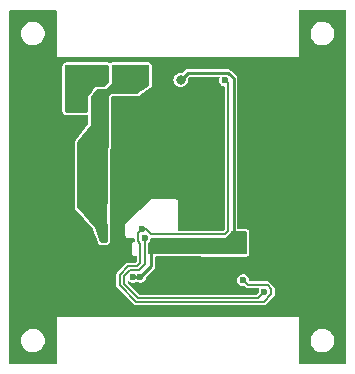
<source format=gbr>
%TF.GenerationSoftware,KiCad,Pcbnew,8.0.1*%
%TF.CreationDate,2024-05-05T22:16:20+02:00*%
%TF.ProjectId,pro_micro,70726f5f-6d69-4637-926f-2e6b69636164,rev?*%
%TF.SameCoordinates,Original*%
%TF.FileFunction,Copper,L2,Bot*%
%TF.FilePolarity,Positive*%
%FSLAX46Y46*%
G04 Gerber Fmt 4.6, Leading zero omitted, Abs format (unit mm)*
G04 Created by KiCad (PCBNEW 8.0.1) date 2024-05-05 22:16:20*
%MOMM*%
%LPD*%
G01*
G04 APERTURE LIST*
%TA.AperFunction,ComponentPad*%
%ADD10C,0.600000*%
%TD*%
%TA.AperFunction,ViaPad*%
%ADD11C,0.800000*%
%TD*%
%TA.AperFunction,ViaPad*%
%ADD12C,0.600000*%
%TD*%
%TA.AperFunction,Conductor*%
%ADD13C,0.254000*%
%TD*%
%TA.AperFunction,Conductor*%
%ADD14C,0.152400*%
%TD*%
G04 APERTURE END LIST*
D10*
%TO.P,U1,25,GND*%
%TO.N,GND*%
X-4300000Y-4765000D03*
X-5300000Y-4765000D03*
X-4800000Y-5265000D03*
X-4300000Y-5765000D03*
X-5300000Y-5765000D03*
%TD*%
D11*
%TO.N,GND*%
X3500000Y2000000D03*
X-8000000Y-10250000D03*
D12*
X-13500000Y500000D03*
X3500000Y-2750000D03*
D11*
X-9000000Y-10250000D03*
D12*
X10000000Y9750000D03*
X9500000Y-8750000D03*
D11*
X-3500000Y3250000D03*
X-3500000Y4750000D03*
D12*
X850000Y-8050000D03*
X3500000Y-1750000D03*
X-650000Y-8050000D03*
X-12000000Y500000D03*
X11250000Y9750000D03*
X13750000Y9750000D03*
X-10500000Y500000D03*
X5500000Y-2750000D03*
X-8500000Y-3000000D03*
X12500000Y9750000D03*
D11*
X3500000Y3000000D03*
D12*
X8750000Y9750000D03*
X-6050000Y-8800000D03*
D11*
X-3500000Y6500000D03*
D12*
X5500000Y-1750000D03*
%TO.N,/Vin_Protected*%
X-7750000Y500000D03*
X-3000000Y10000000D03*
D11*
X-6500000Y-2000000D03*
D12*
X-7750000Y1500000D03*
X-7750000Y3500000D03*
X-7750000Y-500000D03*
X-7750000Y2500000D03*
X-3000000Y9000000D03*
%TO.N,/Motor drive/CS_AREF*%
X5500000Y-5250000D03*
X4730000Y-4250000D03*
X5500000Y-4250000D03*
D11*
X250000Y9073800D03*
D12*
X-3150000Y-7610000D03*
X4730000Y-5250000D03*
X-3790000Y-7620000D03*
%TO.N,/Motor drive/EN*%
X7350000Y-8850000D03*
X-2800000Y-4350000D03*
%TO.N,Net-(J1-Pin_1)*%
X-9150000Y10000000D03*
X-7850000Y8000000D03*
X-7850000Y9000000D03*
X-7850000Y10000000D03*
X-9150000Y9000000D03*
%TO.N,Net-(U1-nFault)*%
X5534096Y-7884096D03*
X-3000000Y-3550000D03*
X4000000Y9050000D03*
%TD*%
D13*
%TO.N,/Motor drive/CS_AREF*%
X4730000Y-3250000D02*
X4730000Y9206712D01*
D14*
X-3250000Y-7600000D02*
X-3350000Y-7600000D01*
D13*
X-3780000Y-7610000D02*
X-3790000Y-7620000D01*
X-2963000Y-7423000D02*
X-3150000Y-7610000D01*
X4730000Y9206712D02*
X4343356Y9593356D01*
X4343356Y9593356D02*
X4259712Y9677000D01*
X4259712Y9677000D02*
X853200Y9677000D01*
X-3150000Y-7610000D02*
X-2250000Y-6710000D01*
X-2250000Y-6710000D02*
X-2250000Y-5500000D01*
X4730000Y-3250000D02*
X4730000Y-4250000D01*
X853200Y9677000D02*
X250000Y9073800D01*
X-3150000Y-7610000D02*
X-3780000Y-7610000D01*
D14*
%TO.N,/Motor drive/EN*%
X-4018670Y-7033800D02*
X-4520000Y-7535130D01*
X6810000Y-9390000D02*
X7350000Y-8850000D01*
X-3283800Y-7033800D02*
X-4018670Y-7033800D01*
X-2800000Y-4350000D02*
X-2800000Y-6550000D01*
X-2800000Y-6550000D02*
X-3283800Y-7033800D01*
X-4520000Y-8210000D02*
X-3340000Y-9390000D01*
X-4520000Y-7535130D02*
X-4520000Y-8210000D01*
X-3340000Y-9390000D02*
X6810000Y-9390000D01*
X-2800000Y-4350000D02*
X-2800000Y-4250000D01*
%TO.N,Net-(U1-nFault)*%
X7926200Y-9088670D02*
X7926200Y-8611330D01*
X7160000Y-8273800D02*
X5923800Y-8273800D01*
X-3429768Y-6681400D02*
X-4164638Y-6681400D01*
X-3152400Y-4812470D02*
X-3152400Y-6404032D01*
X7644870Y-8330000D02*
X7588670Y-8273800D01*
X-2700000Y-3550000D02*
X-2250000Y-4000000D01*
X7588670Y-8273800D02*
X7160000Y-8273800D01*
X7272470Y-9742400D02*
X7926200Y-9088670D01*
X-2250000Y-4000000D02*
X4000000Y-4000000D01*
X-3376200Y-3926200D02*
X-3376200Y-4588670D01*
X4250000Y-3750000D02*
X4250000Y8800000D01*
X-4164638Y-6681400D02*
X-4920000Y-7436762D01*
X-3376200Y-4588670D02*
X-3152400Y-4812470D01*
X5923800Y-8273800D02*
X5534096Y-7884096D01*
X-3497600Y-9742400D02*
X2630000Y-9742400D01*
X2630000Y-9742400D02*
X7272470Y-9742400D01*
X4000000Y-4000000D02*
X4250000Y-3750000D01*
X-4920000Y-8320000D02*
X-3497600Y-9742400D01*
X-3000000Y-3550000D02*
X-2700000Y-3550000D01*
X4250000Y8800000D02*
X4000000Y9050000D01*
X-3152400Y-6404032D02*
X-3429768Y-6681400D01*
X7926200Y-8611330D02*
X7644870Y-8330000D01*
X-4920000Y-7436762D02*
X-4920000Y-8320000D01*
X-3000000Y-3550000D02*
X-3376200Y-3926200D01*
%TD*%
%TA.AperFunction,Conductor*%
%TO.N,/Motor drive/CS_AREF*%
G36*
X5823138Y-3767593D02*
G01*
X5848858Y-3812142D01*
X5850000Y-3825200D01*
X5850000Y-5624403D01*
X5832407Y-5672741D01*
X5787858Y-5698461D01*
X5774404Y-5699602D01*
X-2448496Y-5656323D01*
X-2496740Y-5638475D01*
X-2522225Y-5593792D01*
X-2523300Y-5581124D01*
X-2523300Y-4808184D01*
X-2505707Y-4759846D01*
X-2488756Y-4744922D01*
X-2468874Y-4732145D01*
X-2468873Y-4732143D01*
X-2468872Y-4732143D01*
X-2414488Y-4669380D01*
X-2374624Y-4623375D01*
X-2374622Y-4623372D01*
X-2314835Y-4492459D01*
X-2293588Y-4344677D01*
X-2291816Y-4344931D01*
X-2276760Y-4303562D01*
X-2232211Y-4277842D01*
X-2219153Y-4276700D01*
X4036427Y-4276700D01*
X4036428Y-4276700D01*
X4106803Y-4257844D01*
X4169898Y-4221415D01*
X4471415Y-3919898D01*
X4507843Y-3856803D01*
X4507844Y-3856802D01*
X4521526Y-3805736D01*
X4551031Y-3763600D01*
X4594164Y-3750000D01*
X5774800Y-3750000D01*
X5823138Y-3767593D01*
G37*
%TD.AperFunction*%
%TD*%
%TA.AperFunction,Conductor*%
%TO.N,GND*%
G36*
X-10276862Y14982407D02*
G01*
X-10251142Y14937858D01*
X-10250000Y14924800D01*
X-10250000Y11000000D01*
X10250000Y11000000D01*
X10250000Y12999998D01*
X11247422Y12999998D01*
X11267944Y12798179D01*
X11328671Y12604630D01*
X11427123Y12427253D01*
X11427124Y12427252D01*
X11559252Y12273342D01*
X11559262Y12273333D01*
X11719666Y12149171D01*
X11719671Y12149168D01*
X11719672Y12149168D01*
X11901799Y12059830D01*
X11901804Y12059828D01*
X11901806Y12059828D01*
X12098175Y12008984D01*
X12098189Y12008982D01*
X12300773Y11998707D01*
X12300780Y11998708D01*
X12501299Y12029427D01*
X12501300Y12029427D01*
X12501304Y12029428D01*
X12691526Y12099878D01*
X12691528Y12099879D01*
X12691530Y12099880D01*
X12789136Y12160718D01*
X12863683Y12207184D01*
X13010711Y12346944D01*
X13010714Y12346947D01*
X13066609Y12427253D01*
X13126601Y12513447D01*
X13206600Y12699865D01*
X13247435Y12898571D01*
X13250000Y13000000D01*
X13247435Y13101429D01*
X13206600Y13300135D01*
X13126601Y13486553D01*
X13010715Y13653052D01*
X12863684Y13792815D01*
X12691530Y13900120D01*
X12501299Y13970573D01*
X12300780Y14001292D01*
X12098182Y13991017D01*
X11901799Y13940170D01*
X11719672Y13850832D01*
X11719668Y13850829D01*
X11719666Y13850828D01*
X11559262Y13726666D01*
X11559257Y13726662D01*
X11559255Y13726659D01*
X11559252Y13726657D01*
X11427124Y13572747D01*
X11427123Y13572746D01*
X11427120Y13572741D01*
X11328673Y13395373D01*
X11328671Y13395369D01*
X11267944Y13201820D01*
X11247422Y13000001D01*
X11247422Y12999998D01*
X10250000Y12999998D01*
X10250000Y14924800D01*
X10267593Y14973138D01*
X10312142Y14998858D01*
X10325200Y15000000D01*
X14174800Y15000000D01*
X14223138Y14982407D01*
X14248858Y14937858D01*
X14250000Y14924800D01*
X14250000Y-14924800D01*
X14232407Y-14973138D01*
X14187858Y-14998858D01*
X14174800Y-15000000D01*
X10325200Y-15000000D01*
X10276862Y-14982407D01*
X10251142Y-14937858D01*
X10250000Y-14924800D01*
X10250000Y-13000001D01*
X11247422Y-13000001D01*
X11267944Y-13201820D01*
X11328671Y-13395369D01*
X11328672Y-13395372D01*
X11328673Y-13395373D01*
X11379281Y-13486552D01*
X11427123Y-13572746D01*
X11427124Y-13572747D01*
X11559252Y-13726657D01*
X11559255Y-13726659D01*
X11559257Y-13726662D01*
X11559260Y-13726665D01*
X11559262Y-13726666D01*
X11719666Y-13850828D01*
X11719668Y-13850829D01*
X11719672Y-13850832D01*
X11901799Y-13940170D01*
X12098182Y-13991017D01*
X12199481Y-13996154D01*
X12300773Y-14001292D01*
X12300774Y-14001291D01*
X12300780Y-14001292D01*
X12501299Y-13970573D01*
X12691530Y-13900120D01*
X12863684Y-13792815D01*
X13010715Y-13653052D01*
X13126601Y-13486553D01*
X13206600Y-13300135D01*
X13247435Y-13101429D01*
X13250000Y-13000000D01*
X13247435Y-12898571D01*
X13206600Y-12699865D01*
X13126601Y-12513447D01*
X13010715Y-12346948D01*
X12863684Y-12207185D01*
X12863683Y-12207184D01*
X12770605Y-12149168D01*
X12691530Y-12099880D01*
X12691528Y-12099879D01*
X12691526Y-12099878D01*
X12501304Y-12029428D01*
X12501300Y-12029427D01*
X12501299Y-12029427D01*
X12300780Y-11998708D01*
X12300778Y-11998708D01*
X12300772Y-11998707D01*
X12098189Y-12008982D01*
X12098175Y-12008984D01*
X11901806Y-12059828D01*
X11901804Y-12059828D01*
X11901799Y-12059830D01*
X11901795Y-12059832D01*
X11719666Y-12149171D01*
X11559262Y-12273333D01*
X11559252Y-12273342D01*
X11427124Y-12427252D01*
X11427123Y-12427253D01*
X11328671Y-12604630D01*
X11267944Y-12798179D01*
X11247422Y-12999998D01*
X11247422Y-13000001D01*
X10250000Y-13000001D01*
X10250000Y-11000000D01*
X-10250000Y-11000000D01*
X-10250000Y-14924800D01*
X-10267593Y-14973138D01*
X-10312142Y-14998858D01*
X-10325200Y-15000000D01*
X-14174800Y-15000000D01*
X-14223138Y-14982407D01*
X-14248858Y-14937858D01*
X-14250000Y-14924800D01*
X-14250000Y-13000000D01*
X-13252579Y-13000000D01*
X-13232056Y-13201818D01*
X-13171327Y-13395373D01*
X-13072880Y-13572741D01*
X-12940743Y-13726662D01*
X-12780328Y-13850832D01*
X-12598201Y-13940170D01*
X-12401818Y-13991017D01*
X-12286047Y-13996888D01*
X-12199226Y-14001292D01*
X-12199224Y-14001291D01*
X-12199220Y-14001292D01*
X-11998701Y-13970573D01*
X-11998696Y-13970571D01*
X-11998695Y-13970571D01*
X-11808473Y-13900121D01*
X-11808470Y-13900120D01*
X-11636316Y-13792815D01*
X-11489285Y-13653052D01*
X-11373399Y-13486553D01*
X-11373398Y-13486552D01*
X-11293400Y-13300135D01*
X-11293400Y-13300134D01*
X-11273196Y-13201819D01*
X-11252565Y-13101429D01*
X-11252564Y-13101427D01*
X-11252564Y-13101423D01*
X-11250000Y-13000000D01*
X-11252564Y-12898576D01*
X-11293400Y-12699865D01*
X-11293400Y-12699864D01*
X-11373398Y-12513447D01*
X-11489285Y-12346947D01*
X-11489288Y-12346944D01*
X-11636316Y-12207184D01*
X-11808473Y-12099878D01*
X-11998695Y-12029428D01*
X-11998700Y-12029427D01*
X-11998701Y-12029427D01*
X-12132156Y-12008982D01*
X-12199226Y-11998707D01*
X-12401810Y-12008982D01*
X-12401816Y-12008982D01*
X-12401818Y-12008983D01*
X-12401819Y-12008983D01*
X-12401824Y-12008984D01*
X-12575773Y-12054023D01*
X-12598201Y-12059830D01*
X-12780328Y-12149168D01*
X-12780329Y-12149169D01*
X-12780333Y-12149171D01*
X-12940737Y-12273333D01*
X-12940747Y-12273342D01*
X-13072875Y-12427252D01*
X-13072876Y-12427253D01*
X-13072878Y-12427256D01*
X-13072880Y-12427259D01*
X-13171327Y-12604627D01*
X-13232056Y-12798182D01*
X-13252579Y-13000000D01*
X-14250000Y-13000000D01*
X-14250000Y-8356428D01*
X-5196700Y-8356428D01*
X-5177844Y-8426803D01*
X-5141415Y-8489898D01*
X-3719015Y-9912298D01*
X-3667498Y-9963815D01*
X-3604402Y-10000244D01*
X-3534028Y-10019100D01*
X-3534027Y-10019100D01*
X7308897Y-10019100D01*
X7308898Y-10019100D01*
X7379273Y-10000244D01*
X7442368Y-9963815D01*
X8147615Y-9258568D01*
X8184044Y-9195473D01*
X8202900Y-9125098D01*
X8202900Y-9052242D01*
X8202900Y-8574902D01*
X8196362Y-8550500D01*
X8184044Y-8504527D01*
X8147615Y-8441432D01*
X7814768Y-8108585D01*
X7758568Y-8052385D01*
X7695473Y-8015956D01*
X7695470Y-8015955D01*
X7695471Y-8015955D01*
X7650853Y-8004000D01*
X7625098Y-7997100D01*
X7625097Y-7997100D01*
X6110281Y-7997100D01*
X6061943Y-7979507D01*
X6036223Y-7934958D01*
X6035846Y-7911198D01*
X6039743Y-7884096D01*
X6019261Y-7741639D01*
X5959473Y-7610723D01*
X5959471Y-7610720D01*
X5865223Y-7501952D01*
X5865221Y-7501951D01*
X5744147Y-7424142D01*
X5744148Y-7424142D01*
X5606059Y-7383596D01*
X5606057Y-7383596D01*
X5462135Y-7383596D01*
X5462132Y-7383596D01*
X5324044Y-7424142D01*
X5202970Y-7501951D01*
X5202968Y-7501952D01*
X5108720Y-7610720D01*
X5108718Y-7610723D01*
X5048931Y-7741636D01*
X5028449Y-7884096D01*
X5048931Y-8026555D01*
X5108718Y-8157468D01*
X5108720Y-8157471D01*
X5202968Y-8266239D01*
X5324043Y-8344049D01*
X5462135Y-8384596D01*
X5462138Y-8384596D01*
X5611436Y-8384596D01*
X5611436Y-8387388D01*
X5651679Y-8395799D01*
X5665221Y-8406534D01*
X5753902Y-8495215D01*
X5816997Y-8531644D01*
X5887372Y-8550500D01*
X5960228Y-8550500D01*
X6819541Y-8550500D01*
X6867879Y-8568093D01*
X6893599Y-8612642D01*
X6887945Y-8656940D01*
X6864835Y-8707540D01*
X6844353Y-8850000D01*
X6853368Y-8912701D01*
X6842832Y-8963051D01*
X6832108Y-8976577D01*
X6717413Y-9091274D01*
X6670793Y-9113014D01*
X6664238Y-9113300D01*
X-3194239Y-9113300D01*
X-3242577Y-9095707D01*
X-3247413Y-9091274D01*
X-4221274Y-8117413D01*
X-4243014Y-8070793D01*
X-4243300Y-8064239D01*
X-4243300Y-8060945D01*
X-4225707Y-8012607D01*
X-4181158Y-7986887D01*
X-4130500Y-7995820D01*
X-4125669Y-7999260D01*
X-4125653Y-7999235D01*
X-4121128Y-8002142D01*
X-4121128Y-8002143D01*
X-4000053Y-8079953D01*
X-3861961Y-8120500D01*
X-3861958Y-8120500D01*
X-3718042Y-8120500D01*
X-3718039Y-8120500D01*
X-3579947Y-8079953D01*
X-3502875Y-8030422D01*
X-3452699Y-8019089D01*
X-3421565Y-8030420D01*
X-3360053Y-8069953D01*
X-3221961Y-8110500D01*
X-3221958Y-8110500D01*
X-3078042Y-8110500D01*
X-3078039Y-8110500D01*
X-2939947Y-8069953D01*
X-2818872Y-7992143D01*
X-2748733Y-7911198D01*
X-2724624Y-7883375D01*
X-2724622Y-7883372D01*
X-2664835Y-7752459D01*
X-2644353Y-7609997D01*
X-2644353Y-7604622D01*
X-2643193Y-7604622D01*
X-2633793Y-7559745D01*
X-2623076Y-7546231D01*
X-1987938Y-6911094D01*
X-1987934Y-6911088D01*
X-1944819Y-6836411D01*
X-1937379Y-6808645D01*
X-1922500Y-6753116D01*
X-1922500Y-6666884D01*
X-1922500Y-5940190D01*
X-1904907Y-5891852D01*
X-1860358Y-5866132D01*
X-1846913Y-5864991D01*
X5773322Y-5905099D01*
X5791770Y-5904367D01*
X5805224Y-5903226D01*
X5890607Y-5876430D01*
X5935156Y-5850710D01*
X5935158Y-5850707D01*
X5935162Y-5850706D01*
X5949529Y-5839822D01*
X5975896Y-5819850D01*
X6025515Y-5743024D01*
X6043108Y-5694686D01*
X6055500Y-5624403D01*
X6055500Y-3825200D01*
X6054719Y-3807296D01*
X6053577Y-3794238D01*
X6026827Y-3709393D01*
X6001107Y-3664844D01*
X6001103Y-3664837D01*
X5970246Y-3624103D01*
X5893421Y-3574485D01*
X5893417Y-3574483D01*
X5845083Y-3556891D01*
X5774800Y-3544500D01*
X5132700Y-3544500D01*
X5084362Y-3526907D01*
X5058642Y-3482358D01*
X5057500Y-3469300D01*
X5057500Y9249826D01*
X5057500Y9249828D01*
X5035181Y9333122D01*
X4992065Y9407802D01*
X4931090Y9468777D01*
X4544446Y9855421D01*
X4460802Y9939065D01*
X4386122Y9982181D01*
X4302828Y10004500D01*
X896316Y10004500D01*
X810084Y10004500D01*
X726790Y9982181D01*
X652110Y9939065D01*
X402167Y9689122D01*
X355548Y9667383D01*
X339184Y9667739D01*
X250000Y9679482D01*
X93238Y9658844D01*
X-52841Y9598336D01*
X-178282Y9502082D01*
X-274536Y9376641D01*
X-335044Y9230562D01*
X-355682Y9073800D01*
X-335044Y8917038D01*
X-274536Y8770959D01*
X-274534Y8770957D01*
X-178282Y8645517D01*
X-76519Y8567433D01*
X-53149Y8549500D01*
X-52842Y8549265D01*
X-52839Y8549263D01*
X93236Y8488756D01*
X250000Y8468118D01*
X406763Y8488756D01*
X552839Y8549263D01*
X552842Y8549265D01*
X553149Y8549500D01*
X576519Y8567433D01*
X678282Y8645517D01*
X774534Y8770957D01*
X774536Y8770959D01*
X835044Y8917038D01*
X855682Y9073800D01*
X843940Y9162980D01*
X855073Y9213198D01*
X865323Y9225968D01*
X966829Y9327474D01*
X1013449Y9349214D01*
X1020003Y9349500D01*
X3469541Y9349500D01*
X3517879Y9331907D01*
X3543599Y9287358D01*
X3537945Y9243060D01*
X3514835Y9192459D01*
X3494353Y9050000D01*
X3514835Y8907540D01*
X3574622Y8776627D01*
X3574624Y8776624D01*
X3668872Y8667856D01*
X3668874Y8667855D01*
X3789948Y8590046D01*
X3789947Y8590046D01*
X3919286Y8552070D01*
X3960709Y8521571D01*
X3973300Y8479916D01*
X3973300Y-3604239D01*
X3955707Y-3652577D01*
X3951274Y-3657413D01*
X3907413Y-3701274D01*
X3860793Y-3723014D01*
X3854239Y-3723300D01*
X82753Y-3723300D01*
X34415Y-3705707D01*
X8695Y-3661158D01*
X7567Y-3646634D01*
X53958Y-1280698D01*
X53380Y-1260760D01*
X52252Y-1246233D01*
X25338Y-1159393D01*
X18443Y-1147452D01*
X-383Y-1114841D01*
X-384Y-1114839D01*
X-31242Y-1074103D01*
X-108067Y-1024485D01*
X-108071Y-1024483D01*
X-156405Y-1006891D01*
X-226689Y-994500D01*
X-2119920Y-994500D01*
X-2124597Y-994573D01*
X-2126406Y-994602D01*
X-2131123Y-994751D01*
X-2206924Y-1011840D01*
X-2206925Y-1011840D01*
X-2206927Y-1011841D01*
X-2254063Y-1032437D01*
X-2268923Y-1042311D01*
X-2313503Y-1071932D01*
X-2313508Y-1071936D01*
X-3202466Y-1918563D01*
X-4368386Y-3028963D01*
X-4376456Y-3037089D01*
X-4382201Y-3043206D01*
X-4425515Y-3113607D01*
X-4425516Y-3113610D01*
X-4443108Y-3161944D01*
X-4455500Y-3232228D01*
X-4455500Y-4024800D01*
X-4454719Y-4042704D01*
X-4453577Y-4055762D01*
X-4426827Y-4140607D01*
X-4401107Y-4185156D01*
X-4401104Y-4185158D01*
X-4401103Y-4185162D01*
X-4390219Y-4199529D01*
X-4370247Y-4225896D01*
X-4293421Y-4275515D01*
X-4254642Y-4289629D01*
X-4245083Y-4293108D01*
X-4174800Y-4305500D01*
X-3728100Y-4305500D01*
X-3679762Y-4323093D01*
X-3654042Y-4367642D01*
X-3652900Y-4380700D01*
X-3652900Y-4570517D01*
X-3670493Y-4618855D01*
X-3690500Y-4635642D01*
X-3735162Y-4661427D01*
X-3775896Y-4692284D01*
X-3825515Y-4769110D01*
X-3825516Y-4769113D01*
X-3843108Y-4817447D01*
X-3847588Y-4842856D01*
X-3855500Y-4887731D01*
X-3855500Y-5575194D01*
X-3854764Y-5592570D01*
X-3853689Y-5605238D01*
X-3827432Y-5689674D01*
X-3801947Y-5734357D01*
X-3771305Y-5775255D01*
X-3694742Y-5825279D01*
X-3646498Y-5843127D01*
X-3576277Y-5855890D01*
X-3505777Y-5856261D01*
X-3505744Y-5856259D01*
X-3505617Y-5856258D01*
X-3505606Y-5856261D01*
X-3504933Y-5856265D01*
X-3504934Y-5856493D01*
X-3456978Y-5873002D01*
X-3430482Y-5917093D01*
X-3429100Y-5931446D01*
X-3429100Y-6258271D01*
X-3446693Y-6306609D01*
X-3451126Y-6311445D01*
X-3522355Y-6382674D01*
X-3568975Y-6404414D01*
X-3575529Y-6404700D01*
X-4128210Y-6404700D01*
X-4201066Y-6404700D01*
X-4241690Y-6415584D01*
X-4271438Y-6423555D01*
X-4271441Y-6423556D01*
X-4334536Y-6459985D01*
X-5141415Y-7266864D01*
X-5177844Y-7329959D01*
X-5181112Y-7342156D01*
X-5196700Y-7400334D01*
X-5196700Y-8283572D01*
X-5196700Y-8356428D01*
X-14250000Y-8356428D01*
X-14250000Y6424000D01*
X-9755500Y6424000D01*
X-9750803Y6380316D01*
X-9739597Y6328805D01*
X-9737110Y6318627D01*
X-9694100Y6237915D01*
X-9694099Y6237914D01*
X-9648343Y6185108D01*
X-9648337Y6185102D01*
X-9630758Y6167160D01*
X-9630755Y6167158D01*
X-9630754Y6167157D01*
X-9590845Y6144833D01*
X-9550937Y6122509D01*
X-9509706Y6110403D01*
X-9483898Y6102825D01*
X-9483895Y6102824D01*
X-9483890Y6102823D01*
X-9426012Y6094501D01*
X-9426003Y6094500D01*
X-9426000Y6094500D01*
X-9425996Y6094500D01*
X-7723995Y6094500D01*
X-7680332Y6099194D01*
X-7680315Y6099197D01*
X-7646683Y6106513D01*
X-7595711Y6099595D01*
X-7561110Y6061531D01*
X-7555500Y6033031D01*
X-7555500Y5350505D01*
X-7572590Y5302774D01*
X-8630613Y4014747D01*
X-8637942Y4005275D01*
X-8646439Y3993606D01*
X-8677490Y3930537D01*
X-8697175Y3863498D01*
X-8705500Y3805600D01*
X-8705500Y-1704129D01*
X-8705015Y-1718238D01*
X-8703846Y-1735225D01*
X-8703845Y-1735227D01*
X-8703845Y-1735231D01*
X-8695031Y-1770351D01*
X-8686217Y-1805478D01*
X-8657534Y-1869189D01*
X-8626175Y-1918565D01*
X-7206813Y-3574485D01*
X-7186945Y-3597664D01*
X-7174021Y-3619177D01*
X-6752202Y-4696166D01*
X-6750057Y-4701427D01*
X-6747391Y-4707716D01*
X-6713495Y-4762085D01*
X-6667740Y-4814889D01*
X-6650149Y-4832843D01*
X-6570332Y-4877490D01*
X-6503293Y-4897175D01*
X-6445395Y-4905500D01*
X-6445391Y-4905500D01*
X-6054829Y-4905500D01*
X-6010476Y-4900657D01*
X-5958214Y-4889105D01*
X-5958110Y-4889079D01*
X-5947389Y-4886402D01*
X-5947387Y-4886401D01*
X-5866963Y-4842856D01*
X-5814465Y-4796751D01*
X-5796624Y-4779036D01*
X-5796623Y-4779035D01*
X-5796622Y-4779034D01*
X-5752513Y-4698926D01*
X-5752510Y-4698921D01*
X-5734406Y-4635704D01*
X-5733274Y-4631752D01*
X-5732222Y-4624073D01*
X-5725337Y-4573811D01*
X-5725336Y-4573800D01*
X-5744475Y-1703045D01*
X-5744454Y-1700692D01*
X-5732270Y-1206101D01*
X-5732243Y-1204788D01*
X-5732240Y-1204653D01*
X-5732208Y-1202821D01*
X-5732187Y-1201257D01*
X-5732185Y-1201116D01*
X-5645638Y7583328D01*
X-5627570Y7631490D01*
X-5623618Y7635760D01*
X-5586907Y7672473D01*
X-5540287Y7694214D01*
X-5533731Y7694500D01*
X-3388365Y7694500D01*
X-3388361Y7694500D01*
X-3387507Y7694506D01*
X-3385364Y7694522D01*
X-3381796Y7694573D01*
X-3321225Y7704628D01*
X-3254784Y7726237D01*
X-3254775Y7726240D01*
X-3202300Y7752059D01*
X-3202290Y7752065D01*
X-2337932Y8343468D01*
X-2306595Y8369860D01*
X-2306572Y8369882D01*
X-2272293Y8405165D01*
X-2267160Y8410646D01*
X-2267153Y8410656D01*
X-2222510Y8490465D01*
X-2202825Y8557507D01*
X-2202823Y8557514D01*
X-2194501Y8615392D01*
X-2194500Y8615408D01*
X-2194500Y10226004D01*
X-2199194Y10269667D01*
X-2199199Y10269694D01*
X-2210397Y10321171D01*
X-2212889Y10331370D01*
X-2212889Y10331371D01*
X-2212890Y10331373D01*
X-2255900Y10412085D01*
X-2272080Y10430758D01*
X-2301656Y10464891D01*
X-2301662Y10464897D01*
X-2319241Y10482839D01*
X-2319243Y10482840D01*
X-2319246Y10482843D01*
X-2376738Y10515002D01*
X-2399062Y10527490D01*
X-2414279Y10531957D01*
X-2466102Y10547175D01*
X-2524000Y10555500D01*
X-5476000Y10555500D01*
X-5509538Y10551893D01*
X-5519667Y10550805D01*
X-5519669Y10550804D01*
X-5519684Y10550803D01*
X-5571195Y10539597D01*
X-5581373Y10537110D01*
X-5662085Y10494100D01*
X-5665812Y10492114D01*
X-5666565Y10493527D01*
X-5710512Y10482161D01*
X-5740014Y10491383D01*
X-5784191Y10516095D01*
X-5804562Y10527490D01*
X-5819779Y10531957D01*
X-5871602Y10547175D01*
X-5929500Y10555500D01*
X-9426000Y10555500D01*
X-9459538Y10551893D01*
X-9469667Y10550805D01*
X-9469669Y10550804D01*
X-9469684Y10550803D01*
X-9521195Y10539597D01*
X-9531373Y10537110D01*
X-9612085Y10494100D01*
X-9664889Y10448345D01*
X-9682843Y10430754D01*
X-9727490Y10350937D01*
X-9747175Y10283898D01*
X-9755500Y10226000D01*
X-9755500Y6424000D01*
X-14250000Y6424000D01*
X-14250000Y13000000D01*
X-13252579Y13000000D01*
X-13232056Y12798182D01*
X-13171327Y12604627D01*
X-13072880Y12427259D01*
X-13072878Y12427256D01*
X-13072876Y12427253D01*
X-13072875Y12427252D01*
X-12940747Y12273342D01*
X-12940737Y12273333D01*
X-12780333Y12149171D01*
X-12780329Y12149169D01*
X-12780328Y12149168D01*
X-12598201Y12059830D01*
X-12598193Y12059828D01*
X-12401824Y12008984D01*
X-12401819Y12008983D01*
X-12401818Y12008983D01*
X-12401816Y12008982D01*
X-12401810Y12008982D01*
X-12199226Y11998707D01*
X-12098960Y12014067D01*
X-11998701Y12029427D01*
X-11998700Y12029427D01*
X-11998695Y12029428D01*
X-11808473Y12099878D01*
X-11636316Y12207184D01*
X-11489288Y12346944D01*
X-11489285Y12346947D01*
X-11373398Y12513447D01*
X-11293400Y12699864D01*
X-11293400Y12699865D01*
X-11252564Y12898576D01*
X-11250000Y13000000D01*
X-11252564Y13101423D01*
X-11273196Y13201818D01*
X-11293400Y13300135D01*
X-11373398Y13486552D01*
X-11489285Y13653052D01*
X-11489288Y13653055D01*
X-11636316Y13792815D01*
X-11729389Y13850828D01*
X-11808470Y13900120D01*
X-11916612Y13940171D01*
X-11998695Y13970571D01*
X-11998696Y13970571D01*
X-11998701Y13970573D01*
X-12199220Y14001292D01*
X-12401818Y13991017D01*
X-12598201Y13940170D01*
X-12780328Y13850832D01*
X-12940743Y13726662D01*
X-13072880Y13572741D01*
X-13171327Y13395373D01*
X-13232056Y13201818D01*
X-13252579Y13000000D01*
X-14250000Y13000000D01*
X-14250000Y14924800D01*
X-14232407Y14973138D01*
X-14187858Y14998858D01*
X-14174800Y15000000D01*
X-10325200Y15000000D01*
X-10276862Y14982407D01*
G37*
%TD.AperFunction*%
%TD*%
%TA.AperFunction,Conductor*%
%TO.N,/Vin_Protected*%
G36*
X-2456961Y10330315D02*
G01*
X-2411206Y10277511D01*
X-2400000Y10226000D01*
X-2400000Y8615405D01*
X-2419685Y8548366D01*
X-2453979Y8513067D01*
X-3318340Y7921662D01*
X-3384784Y7900052D01*
X-3388361Y7900000D01*
X-5650000Y7900000D01*
X-5850000Y7700000D01*
X-5937677Y-1199232D01*
X-5937709Y-1201064D01*
X-5950000Y-1699995D01*
X-5930832Y-4575173D01*
X-5950069Y-4642343D01*
X-6002567Y-4688448D01*
X-6054829Y-4700000D01*
X-6445395Y-4700000D01*
X-6512434Y-4680315D01*
X-6558189Y-4627511D01*
X-6560855Y-4621222D01*
X-7000000Y-3499999D01*
X-8470148Y-1784827D01*
X-8498831Y-1721116D01*
X-8500000Y-1704129D01*
X-8500000Y3805600D01*
X-8480315Y3872639D01*
X-8471818Y3884308D01*
X-7350000Y5250000D01*
X-7350000Y7512456D01*
X-7330315Y7579495D01*
X-7329174Y7581239D01*
X-6886811Y8244783D01*
X-6833246Y8289644D01*
X-6783637Y8300000D01*
X-6099999Y8300000D01*
X-5600000Y8799999D01*
X-5600000Y10226000D01*
X-5580315Y10293039D01*
X-5527511Y10338794D01*
X-5476000Y10350000D01*
X-2524000Y10350000D01*
X-2456961Y10330315D01*
G37*
%TD.AperFunction*%
%TD*%
%TA.AperFunction,Conductor*%
%TO.N,Net-(J1-Pin_1)*%
G36*
X-5862461Y10330315D02*
G01*
X-5816706Y10277511D01*
X-5805500Y10226000D01*
X-5805500Y8936481D01*
X-5825185Y8869442D01*
X-5841819Y8848800D01*
X-6148800Y8541819D01*
X-6210123Y8508334D01*
X-6236481Y8505500D01*
X-6783638Y8505500D01*
X-6789920Y8504851D01*
X-6825630Y8501164D01*
X-6875239Y8490808D01*
X-6883768Y8488837D01*
X-6965191Y8447190D01*
X-7018756Y8402329D01*
X-7057797Y8358774D01*
X-7057800Y8358769D01*
X-7057804Y8358764D01*
X-7270908Y8039107D01*
X-7274861Y8033518D01*
X-7600000Y7600000D01*
X-7600000Y7599999D01*
X-7600000Y6424000D01*
X-7619685Y6356961D01*
X-7672489Y6311206D01*
X-7724000Y6300000D01*
X-9426000Y6300000D01*
X-9493039Y6319685D01*
X-9538794Y6372489D01*
X-9550000Y6424000D01*
X-9550000Y10226000D01*
X-9530315Y10293039D01*
X-9477511Y10338794D01*
X-9426000Y10350000D01*
X-5929500Y10350000D01*
X-5862461Y10330315D01*
G37*
%TD.AperFunction*%
%TD*%
M02*

</source>
